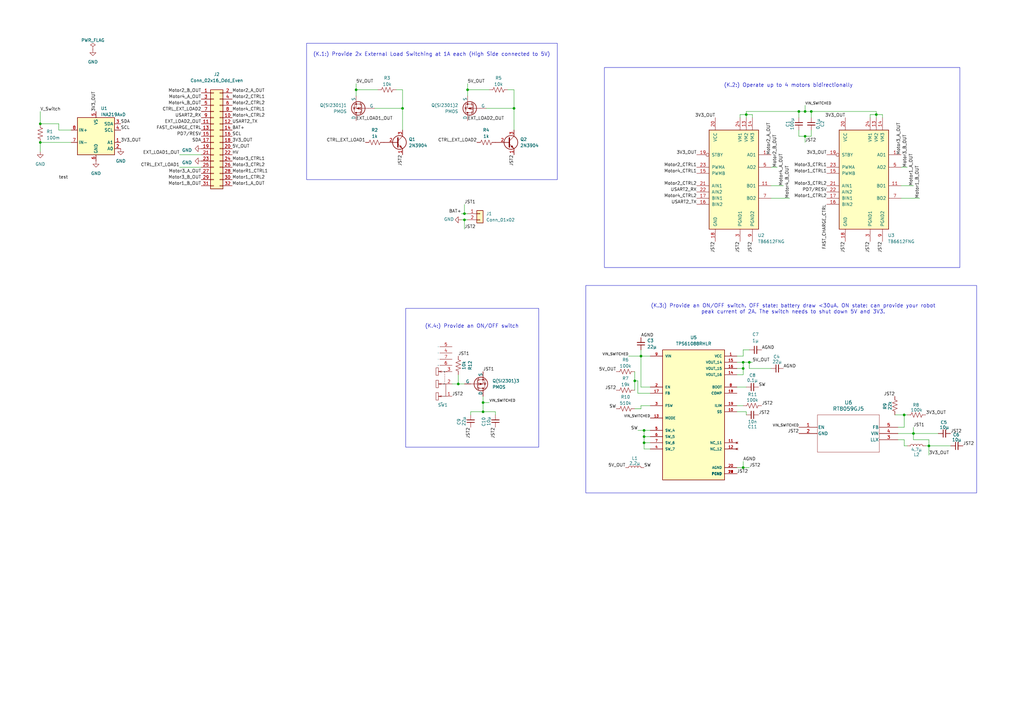
<source format=kicad_sch>
(kicad_sch (version 20231120) (generator "eeschema") (generator_version "8.0")
  (paper "A3")
  (title_block (title "Micromouse Power Subsystem") (date "2025-03-19") (rev "0.0") (company "University of Cape Town") (comment 1 "Student Number 2: NDXJOS012") (comment 2 "@Author 2: Joshua Naidoo") (comment 3 "Student Number 1: NDXKIY004") (comment 4 "@Author 1: Kiyuran Naidoo"))
  (lib_symbols
    (symbol "2025-03-25_16-49-52:RT8059GJ5" (pin_names (offset 0.254))
      (property "Reference" "U" (at 20.32 10.16 0))
      (property "Value" "RT8059GJ5" (at 20.32 7.62 0))
      (symbol "RT8059GJ5_0_1"
        (polyline (pts (xy 7.62 -10.16) (xy 33.02 -10.16)) (stroke (width 0.127)))
        (polyline (pts (xy 7.62 5.08) (xy 7.62 -10.16)) (stroke (width 0.127)))
        (polyline (pts (xy 33.02 -10.16) (xy 33.02 5.08)) (stroke (width 0.127)))
        (polyline (pts (xy 33.02 5.08) (xy 7.62 5.08)) (stroke (width 0.127)))
        (pin input line (at 0 0 0) (length 7.62) (name "EN") (number "1"))
        (pin power_out line (at 0 -2.54 0) (length 7.62) (name "GND") (number "2"))
        (pin power_in line (at 40.64 -5.08 180) (length 7.62) (name "LLX") (number "3"))
        (pin power_in line (at 40.64 -2.54 180) (length 7.62) (name "VIN") (number "4"))
        (pin input line (at 40.64 0 180) (length 7.62) (name "FB") (number "5"))
      )
    )
    (symbol "Connector_Generic:Conn_01x02" (pin_names (offset 1.016) hide)
      (property "Reference" "J" (at 0 2.54 0))
      (property "Value" "Conn_01x02" (at 0 -5.08 0))
      (symbol "Conn_01x02_1_1"
        (rectangle (start -1.27 -2.413) (end 0 -2.667) (stroke (width 0.1524)))
        (rectangle (start -1.27 0.127) (end 0 -0.127) (stroke (width 0.1524)))
        (rectangle (start -1.27 1.27) (end 1.27 -3.81) (stroke (width 0.254)) (fill (type background)))
        (pin passive line (at -5.08 0 0) (length 3.81) (name "Pin_1") (number "1"))
        (pin passive line (at -5.08 -2.54 0) (length 3.81) (name "Pin_2") (number "2"))
      )
    )
    (symbol "Connector_Generic:Conn_02x16_Odd_Even" (pin_names (offset 1.016) hide)
      (property "Reference" "J" (at 1.27 20.32 0))
      (property "Value" "Conn_02x16_Odd_Even" (at 1.27 -22.86 0))
      (symbol "Conn_02x16_Odd_Even_1_1"
        (rectangle (start -1.27 -20.193) (end 0 -20.447) (stroke (width 0.1524)))
        (rectangle (start -1.27 -17.653) (end 0 -17.907) (stroke (width 0.1524)))
        (rectangle (start -1.27 -15.113) (end 0 -15.367) (stroke (width 0.1524)))
        (rectangle (start -1.27 -12.573) (end 0 -12.827) (stroke (width 0.1524)))
        (rectangle (start -1.27 -10.033) (end 0 -10.287) (stroke (width 0.1524)))
        (rectangle (start -1.27 -7.493) (end 0 -7.747) (stroke (width 0.1524)))
        (rectangle (start -1.27 -4.953) (end 0 -5.207) (stroke (width 0.1524)))
        (rectangle (start -1.27 -2.413) (end 0 -2.667) (stroke (width 0.1524)))
        (rectangle (start -1.27 0.127) (end 0 -0.127) (stroke (width 0.1524)))
        (rectangle (start -1.27 2.667) (end 0 2.413) (stroke (width 0.1524)))
        (rectangle (start -1.27 5.207) (end 0 4.953) (stroke (width 0.1524)))
        (rectangle (start -1.27 7.747) (end 0 7.493) (stroke (width 0.1524)))
        (rectangle (start -1.27 10.287) (end 0 10.033) (stroke (width 0.1524)))
        (rectangle (start -1.27 12.827) (end 0 12.573) (stroke (width 0.1524)))
        (rectangle (start -1.27 15.367) (end 0 15.113) (stroke (width 0.1524)))
        (rectangle (start -1.27 17.907) (end 0 17.653) (stroke (width 0.1524)))
        (rectangle (start -1.27 19.05) (end 3.81 -21.59) (stroke (width 0.254)) (fill (type background)))
        (rectangle (start 3.81 -20.193) (end 2.54 -20.447) (stroke (width 0.1524)))
        (rectangle (start 3.81 -17.653) (end 2.54 -17.907) (stroke (width 0.1524)))
        (rectangle (start 3.81 -15.113) (end 2.54 -15.367) (stroke (width 0.1524)))
        (rectangle (start 3.81 -12.573) (end 2.54 -12.827) (stroke (width 0.1524)))
        (rectangle (start 3.81 -10.033) (end 2.54 -10.287) (stroke (width 0.1524)))
        (rectangle (start 3.81 -7.493) (end 2.54 -7.747) (stroke (width 0.1524)))
        (rectangle (start 3.81 -4.953) (end 2.54 -5.207) (stroke (width 0.1524)))
        (rectangle (start 3.81 -2.413) (end 2.54 -2.667) (stroke (width 0.1524)))
        (rectangle (start 3.81 0.127) (end 2.54 -0.127) (stroke (width 0.1524)))
        (rectangle (start 3.81 2.667) (end 2.54 2.413) (stroke (width 0.1524)))
        (rectangle (start 3.81 5.207) (end 2.54 4.953) (stroke (width 0.1524)))
        (rectangle (start 3.81 7.747) (end 2.54 7.493) (stroke (width 0.1524)))
        (rectangle (start 3.81 10.287) (end 2.54 10.033) (stroke (width 0.1524)))
        (rectangle (start 3.81 12.827) (end 2.54 12.573) (stroke (width 0.1524)))
        (rectangle (start 3.81 15.367) (end 2.54 15.113) (stroke (width 0.1524)))
        (rectangle (start 3.81 17.907) (end 2.54 17.653) (stroke (width 0.1524)))
        (pin passive line (at -5.08 17.78 0) (length 3.81) (name "Pin_1") (number "1"))
        (pin passive line (at 7.62 7.62 180) (length 3.81) (name "Pin_10") (number "10"))
        (pin passive line (at -5.08 5.08 0) (length 3.81) (name "Pin_11") (number "11"))
        (pin passive line (at 7.62 5.08 180) (length 3.81) (name "Pin_12") (number "12"))
        (pin passive line (at -5.08 2.54 0) (length 3.81) (name "Pin_13") (number "13"))
        (pin passive line (at 7.62 2.54 180) (length 3.81) (name "Pin_14") (number "14"))
        (pin passive line (at -5.08 0 0) (length 3.81) (name "Pin_15") (number "15"))
        (pin passive line (at 7.62 0 180) (length 3.81) (name "Pin_16") (number "16"))
        (pin passive line (at -5.08 -2.54 0) (length 3.81) (name "Pin_17") (number "17"))
        (pin passive line (at 7.62 -2.54 180) (length 3.81) (name "Pin_18") (number "18"))
        (pin passive line (at -5.08 -5.08 0) (length 3.81) (name "Pin_19") (number "19"))
        (pin passive line (at 7.62 17.78 180) (length 3.81) (name "Pin_2") (number "2"))
        (pin passive line (at 7.62 -5.08 180) (length 3.81) (name "Pin_20") (number "20"))
        (pin passive line (at -5.08 -7.62 0) (length 3.81) (name "Pin_21") (number "21"))
        (pin passive line (at 7.62 -7.62 180) (length 3.81) (name "Pin_22") (number "22"))
        (pin passive line (at -5.08 -10.16 0) (length 3.81) (name "Pin_23") (number "23"))
        (pin passive line (at 7.62 -10.16 180) (length 3.81) (name "Pin_24") (number "24"))
        (pin passive line (at -5.08 -12.7 0) (length 3.81) (name "Pin_25") (number "25"))
        (pin passive line (at 7.62 -12.7 180) (length 3.81) (name "Pin_26") (number "26"))
        (pin passive line (at -5.08 -15.24 0) (length 3.81) (name "Pin_27") (number "27"))
        (pin passive line (at 7.62 -15.24 180) (length 3.81) (name "Pin_28") (number "28"))
        (pin passive line (at -5.08 -17.78 0) (length 3.81) (name "Pin_29") (number "29"))
        (pin passive line (at -5.08 15.24 0) (length 3.81) (name "Pin_3") (number "3"))
        (pin passive line (at 7.62 -17.78 180) (length 3.81) (name "Pin_30") (number "30"))
        (pin passive line (at -5.08 -20.32 0) (length 3.81) (name "Pin_31") (number "31"))
        (pin passive line (at 7.62 -20.32 180) (length 3.81) (name "Pin_32") (number "32"))
        (pin passive line (at 7.62 15.24 180) (length 3.81) (name "Pin_4") (number "4"))
        (pin passive line (at -5.08 12.7 0) (length 3.81) (name "Pin_5") (number "5"))
        (pin passive line (at 7.62 12.7 180) (length 3.81) (name "Pin_6") (number "6"))
        (pin passive line (at -5.08 10.16 0) (length 3.81) (name "Pin_7") (number "7"))
        (pin passive line (at 7.62 10.16 180) (length 3.81) (name "Pin_8") (number "8"))
        (pin passive line (at -5.08 7.62 0) (length 3.81) (name "Pin_9") (number "9"))
      )
    )
    (symbol "Device:C_Small" (pin_numbers hide) (pin_names (offset 0.254) hide)
      (property "Reference" "C" (at 0.254 1.778 0))
      (property "Value" "C_Small" (at 0.254 -2.032 0))
      (symbol "C_Small_0_1"
        (polyline (pts (xy -1.524 -0.508) (xy 1.524 -0.508)) (stroke (width 0.3302)))
        (polyline (pts (xy -1.524 0.508) (xy 1.524 0.508)) (stroke (width 0.3048)))
      )
      (symbol "C_Small_1_1"
        (pin passive line (at 0 2.54 270) (length 2.032) (name "~") (number "1"))
        (pin passive line (at 0 -2.54 90) (length 2.032) (name "~") (number "2"))
      )
    )
    (symbol "Device:L" (pin_numbers hide) (pin_names (offset 1.016) hide)
      (property "Reference" "L" (at -1.27 0 90))
      (property "Value" "L" (at 1.905 0 90))
      (symbol "L_0_1"
        (arc (start 0 -2.54) (mid 0.6323 -1.905) (end 0 -1.27))
        (arc (start 0 -1.27) (mid 0.6323 -0.635) (end 0 0))
        (arc (start 0 0) (mid 0.6323 0.635) (end 0 1.27))
        (arc (start 0 1.27) (mid 0.6323 1.905) (end 0 2.54))
      )
      (symbol "L_1_1"
        (pin passive line (at 0 3.81 270) (length 1.27) (name "1") (number "1"))
        (pin passive line (at 0 -3.81 90) (length 1.27) (name "2") (number "2"))
      )
    )
    (symbol "Device:R_US" (pin_numbers hide) (pin_names (offset 0))
      (property "Reference" "R" (at 2.54 0 90))
      (property "Value" "R_US" (at -2.54 0 90))
      (symbol "R_US_0_1"
        (polyline (pts (xy 0 -2.286) (xy 0 -2.54)))
        (polyline (pts (xy 0 2.286) (xy 0 2.54)))
        (polyline (pts (xy 0 -0.762) (xy 1.016 -1.143) (xy 0 -1.524) (xy -1.016 -1.905) (xy 0 -2.286)))
        (polyline (pts (xy 0 0.762) (xy 1.016 0.381) (xy 0 0) (xy -1.016 -0.381) (xy 0 -0.762)))
        (polyline (pts (xy 0 2.286) (xy 1.016 1.905) (xy 0 1.524) (xy -1.016 1.143) (xy 0 0.762)))
      )
      (symbol "R_US_1_1"
        (pin passive line (at 0 3.81 270) (length 1.27) (name "~") (number "1"))
        (pin passive line (at 0 -3.81 90) (length 1.27) (name "~") (number "2"))
      )
    )
    (symbol "Driver_Motor:TB6612FNG" (pin_names (offset 1.016))
      (property "Reference" "U" (at 11.43 17.78 0))
      (property "Value" "TB6612FNG" (at 11.43 15.24 0))
      (symbol "TB6612FNG_0_1"
        (rectangle (start -10.16 20.32) (end 10.16 -20.32) (stroke (width 0.254)) (fill (type background)))
      )
      (symbol "TB6612FNG_1_1"
        (pin output line (at 15.24 10.16 180) (length 5.08) (name "AO1") (number "1"))
        (pin passive line (at 7.62 -25.4 90) (length 5.08) hide (name "PGND2") (number "10"))
        (pin output line (at 15.24 -2.54 180) (length 5.08) (name "BO1") (number "11"))
        (pin passive line (at 15.24 -2.54 180) (length 5.08) hide (name "BO1") (number "12"))
        (pin power_in line (at 5.08 25.4 270) (length 5.08) (name "VM2") (number "13"))
        (pin power_in line (at 7.62 25.4 270) (length 5.08) (name "VM3") (number "14"))
        (pin input line (at -15.24 2.54 0) (length 5.08) (name "PWMB") (number "15"))
        (pin input line (at -15.24 -10.16 0) (length 5.08) (name "BIN2") (number "16"))
        (pin input line (at -15.24 -7.62 0) (length 5.08) (name "BIN1") (number "17"))
        (pin power_in line (at -7.62 -25.4 90) (length 5.08) (name "GND") (number "18"))
        (pin input inverted (at -15.24 10.16 0) (length 5.08) (name "STBY") (number "19"))
        (pin passive line (at 15.24 10.16 180) (length 5.08) hide (name "AO1") (number "2"))
        (pin power_in line (at -7.62 25.4 270) (length 5.08) (name "VCC") (number "20"))
        (pin input line (at -15.24 -2.54 0) (length 5.08) (name "AIN1") (number "21"))
        (pin input line (at -15.24 -5.08 0) (length 5.08) (name "AIN2") (number "22"))
        (pin input line (at -15.24 5.08 0) (length 5.08) (name "PWMA") (number "23"))
        (pin power_in line (at 2.54 25.4 270) (length 5.08) (name "VM1") (number "24"))
        (pin power_in line (at 2.54 -25.4 90) (length 5.08) (name "PGND1") (number "3"))
        (pin passive line (at 2.54 -25.4 90) (length 5.08) hide (name "PGND1") (number "4"))
        (pin output line (at 15.24 5.08 180) (length 5.08) (name "AO2") (number "5"))
        (pin passive line (at 15.24 5.08 180) (length 5.08) hide (name "AO2") (number "6"))
        (pin output line (at 15.24 -7.62 180) (length 5.08) (name "BO2") (number "7"))
        (pin passive line (at 15.24 -7.62 180) (length 5.08) hide (name "BO2") (number "8"))
        (pin power_in line (at 7.62 -25.4 90) (length 5.08) (name "PGND2") (number "9"))
      )
    )
    (symbol "K3-1296S-E1_C128955:K3-1296S-E1_C128955"
      (property "Reference" "SW?" (at 0 0 0))
      (symbol "K3-1296S-E1_C128955_1_0"
        (rectangle (start -11.684 -4.064) (end -8.636 -3.048))
        (rectangle (start -6.604 -4.064) (end -3.556 -3.048))
        (rectangle (start -1.524 -4.064) (end 1.524 -3.048))
        (polyline (pts (xy -10.16 -3.048) (xy -10.414 -1.778)))
        (polyline (pts (xy -10.16 -3.048) (xy -9.906 -1.778)))
        (polyline (pts (xy -5.08 -3.048) (xy -5.334 -1.778)))
        (polyline (pts (xy -5.08 -3.048) (xy -4.826 -1.778)))
        (polyline (pts (xy -5.08 0) (xy -5.08 -1.27)))
        (polyline (pts (xy -4.318 -0.508) (xy -4.064 -0.508)))
        (polyline (pts (xy -3.556 -0.508) (xy -3.302 -0.508)))
        (polyline (pts (xy -2.794 -0.508) (xy -2.54 -0.508)))
        (polyline (pts (xy -2.032 -0.508) (xy -1.778 -0.508)))
        (polyline (pts (xy -1.27 -0.508) (xy -1.016 -0.508)))
        (polyline (pts (xy -0.508 -0.508) (xy -0.254 -0.508)))
        (polyline (pts (xy 0 -3.048) (xy -0.254 -1.778)))
        (polyline (pts (xy 0 -3.048) (xy 0.254 -1.778)))
        (polyline (pts (xy 0 0.635) (xy 0 -0.635)))
        (polyline (pts (xy -5.08 -2.54) (xy -5.08 -0.508) (xy -5.08 -0.508) (xy -4.826 -0.508)))
        (polyline (pts (xy -0.254 -0.508) (xy 0 -0.508) (xy 0 -0.508) (xy 0 -2.54)))
        (polyline (pts (xy -10.16 -3.048) (xy -10.16 0) (xy -10.16 0) (xy -7.62 0) (xy -7.62 0) (xy -5.08 0)))
        (pin unspecified line (at -10.16 2.54 270) (length 2.54) (name "1") (number "1"))
        (pin unspecified line (at -5.08 2.54 270) (length 2.54) (name "2") (number "2"))
        (pin unspecified line (at 0 2.54 270) (length 2.54) (name "3") (number "3"))
        (pin unspecified line (at 7.62 2.54 270) (length 5.08) (name "4") (number "4"))
        (pin unspecified line (at 10.16 2.54 270) (length 5.08) (name "5") (number "5"))
        (pin unspecified line (at 2.54 2.54 270) (length 5.08) (name "6") (number "6"))
        (pin unspecified line (at 5.08 2.54 270) (length 5.08) (name "7") (number "7"))
      )
    )
    (symbol "Sensor_Energy:INA219AxD"
      (property "Reference" "U" (at -6.35 8.89 0))
      (property "Value" "INA219AxD" (at 5.08 8.89 0))
      (symbol "INA219AxD_0_1"
        (rectangle (start -7.62 7.62) (end 7.62 -7.62) (stroke (width 0.254)) (fill (type background)))
      )
      (symbol "INA219AxD_1_1"
        (pin input line (at 10.16 -2.54 180) (length 2.54) (name "A1") (number "1"))
        (pin input line (at 10.16 -5.08 180) (length 2.54) (name "A0") (number "2"))
        (pin bidirectional line (at 10.16 5.08 180) (length 2.54) (name "SDA") (number "3"))
        (pin input line (at 10.16 2.54 180) (length 2.54) (name "SCL") (number "4"))
        (pin power_in line (at 0 10.16 270) (length 2.54) (name "VS") (number "5"))
        (pin power_in line (at 0 -10.16 90) (length 2.54) (name "GND") (number "6"))
        (pin input line (at -10.16 -2.54 0) (length 2.54) (name "IN-") (number "7"))
        (pin input line (at -10.16 2.54 0) (length 2.54) (name "IN+") (number "8"))
      )
    )
    (symbol "Simulation_SPICE:PMOS" (pin_numbers hide) (pin_names (offset 0))
      (property "Reference" "Q" (at 5.08 1.27 0))
      (property "Value" "PMOS" (at 5.08 -1.27 0))
      (symbol "PMOS_0_1"
        (polyline (pts (xy 0.254 0) (xy -2.54 0)))
        (polyline (pts (xy 0.254 1.905) (xy 0.254 -1.905)) (stroke (width 0.254)))
        (polyline (pts (xy 0.762 -1.27) (xy 0.762 -2.286)) (stroke (width 0.254)))
        (polyline (pts (xy 0.762 0.508) (xy 0.762 -0.508)) (stroke (width 0.254)))
        (polyline (pts (xy 0.762 2.286) (xy 0.762 1.27)) (stroke (width 0.254)))
        (polyline (pts (xy 2.54 2.54) (xy 2.54 1.778)))
        (polyline (pts (xy 2.54 -2.54) (xy 2.54 0) (xy 0.762 0)))
        (polyline (pts (xy 0.762 1.778) (xy 3.302 1.778) (xy 3.302 -1.778) (xy 0.762 -1.778)))
        (polyline (pts (xy 2.286 0) (xy 1.27 0.381) (xy 1.27 -0.381) (xy 2.286 0)) (fill (type outline)))
        (polyline (pts (xy 2.794 -0.508) (xy 2.921 -0.381) (xy 3.683 -0.381) (xy 3.81 -0.254)))
        (polyline (pts (xy 3.302 -0.381) (xy 2.921 0.254) (xy 3.683 0.254) (xy 3.302 -0.381)))
        (circle (center 1.651 0) (radius 2.794) (stroke (width 0.254)))
        (circle (center 2.54 -1.778) (radius 0.254) (fill (type outline)))
        (circle (center 2.54 1.778) (radius 0.254) (fill (type outline)))
      )
      (symbol "PMOS_1_1"
        (pin passive line (at 2.54 5.08 270) (length 2.54) (name "D") (number "1"))
        (pin input line (at -5.08 0 0) (length 2.54) (name "G") (number "2"))
        (pin passive line (at 2.54 -5.08 90) (length 2.54) (name "S") (number "3"))
      )
    )
    (symbol "TPS61088RHLR:TPS61088RHLR" (pin_names (offset 1.016))
      (property "Reference" "U" (at -12.7 26.4 0))
      (property "Value" "TPS61088RHLR" (at -12.7 -31.94 0))
      (symbol "TPS61088RHLR_0_0"
        (rectangle (start -12.7 -27.94) (end 12.7 25.4) (stroke (width 0.254)) (fill (type background)))
        (pin output line (at 17.78 22.86 180) (length 5.08) (name "VCC") (number "1"))
        (pin output line (at 17.78 0 180) (length 5.08) (name "SS") (number "10"))
        (pin no_connect line (at 17.78 -12.7 180) (length 5.08) (name "NC_11") (number "11"))
        (pin no_connect line (at 17.78 -15.24 180) (length 5.08) (name "NC_12") (number "12"))
        (pin input line (at -17.78 -2.54 0) (length 5.08) (name "MODE") (number "13"))
        (pin output line (at 17.78 15.24 180) (length 5.08) (name "VOUT_16") (number "14"))
        (pin output line (at 17.78 20.32 180) (length 5.08) (name "VOUT_14") (number "15"))
        (pin output line (at 17.78 17.78 180) (length 5.08) (name "VOUT_15") (number "16"))
        (pin input line (at -17.78 7.62 0) (length 5.08) (name "FB") (number "17"))
        (pin output line (at 17.78 7.62 180) (length 5.08) (name "COMP") (number "18"))
        (pin output line (at 17.78 2.54 180) (length 5.08) (name "ILIM") (number "19"))
        (pin input line (at -17.78 10.16 0) (length 5.08) (name "EN") (number "2"))
        (pin power_in line (at 17.78 -22.86 180) (length 5.08) (name "AGND") (number "20"))
        (pin power_in line (at 17.78 -25.4 180) (length 5.08) (name "PGND") (number "21"))
        (pin power_in line (at 17.78 -25.4 180) (length 5.08) (name "PGND") (number "22"))
        (pin power_in line (at 17.78 -25.4 180) (length 5.08) (name "PGND") (number "23"))
        (pin power_in line (at 17.78 -25.4 180) (length 5.08) (name "PGND") (number "24"))
        (pin power_in line (at 17.78 -25.4 180) (length 5.08) (name "PGND") (number "25"))
        (pin power_in line (at 17.78 -25.4 180) (length 5.08) (name "PGND") (number "26"))
        (pin power_in line (at 17.78 -25.4 180) (length 5.08) (name "PGND") (number "27"))
        (pin power_in line (at 17.78 -25.4 180) (length 5.08) (name "PGND") (number "28"))
        (pin power_in line (at 17.78 -25.4 180) (length 5.08) (name "PGND") (number "29"))
        (pin input line (at -17.78 2.54 0) (length 5.08) (name "FSW") (number "3"))
        (pin input line (at -17.78 -15.24 0) (length 5.08) (name "SW_7") (number "4"))
        (pin input line (at -17.78 -7.62 0) (length 5.08) (name "SW_4") (number "5"))
        (pin input line (at -17.78 -10.16 0) (length 5.08) (name "SW_5") (number "6"))
        (pin input line (at -17.78 -12.7 0) (length 5.08) (name "SW_6") (number "7"))
        (pin output line (at 17.78 10.16 180) (length 5.08) (name "BOOT") (number "8"))
        (pin input line (at -17.78 22.86 0) (length 5.08) (name "VIN") (number "9"))
      )
    )
    (symbol "Transistor_BJT:2N3904" (pin_names (offset 0) hide)
      (property "Reference" "Q" (at 5.08 1.905 0))
      (property "Value" "2N3904" (at 5.08 0 0))
      (symbol "2N3904_0_1"
        (polyline (pts (xy 0.635 0.635) (xy 2.54 2.54)))
        (polyline (pts (xy 0.635 -0.635) (xy 2.54 -2.54) (xy 2.54 -2.54)))
        (polyline (pts (xy 0.635 1.905) (xy 0.635 -1.905) (xy 0.635 -1.905)) (stroke (width 0.508)))
        (polyline (pts (xy 1.27 -1.778) (xy 1.778 -1.27) (xy 2.286 -2.286) (xy 1.27 -1.778) (xy 1.27 -1.778)) (fill (type outline)))
        (circle (center 1.27 0) (radius 2.8194) (stroke (width 0.254)))
      )
      (symbol "2N3904_1_1"
        (pin passive line (at 2.54 -5.08 90) (length 2.54) (name "E") (number "1"))
        (pin passive line (at -5.08 0 0) (length 5.715) (name "B") (number "2"))
        (pin passive line (at 2.54 5.08 270) (length 2.54) (name "C") (number "3"))
      )
    )
    (symbol "power:GND" (power) (pin_names (offset 0))
      (property "Value" "GND" (at 0 -3.81 0))
      (symbol "GND_0_1"
        (polyline (pts (xy 0 0) (xy 0 -1.27) (xy 1.27 -1.27) (xy 0 -2.54) (xy -1.27 -1.27) (xy 0 -1.27)))
      )
      (symbol "GND_1_1"
        (pin power_in line (at 0 0 270) (length 0) hide (name "GND") (number "1"))
      )
    )
    (symbol "power:PWR_FLAG" (power) (pin_numbers hide) (pin_names (offset 0) hide)
      (property "Value" "PWR_FLAG" (at 0 3.81 0))
      (symbol "PWR_FLAG_0_0"
        (pin power_out line (at 0 0 90) (length 0) (name "pwr") (number "1"))
      )
      (symbol "PWR_FLAG_0_1"
        (polyline (pts (xy 0 0) (xy 0 1.27) (xy -1.016 1.905) (xy 0 2.54) (xy 1.016 1.905) (xy 0 1.27)))
      )
    )
  )
  (junction (at 374.65 177.8))
  (junction (at 330.2 55.88))
  (junction (at 304.8 191.77))
  (junction (at 198.12 165.1))
  (junction (at 330.2 45.72))
  (junction (at 304.8 151.13))
  (junction (at 306.07 46.99))
  (junction (at 191.77 36.83))
  (junction (at 187.96 157.48))
  (junction (at 264.16 176.53))
  (junction (at 16.51 50.8))
  (junction (at 264.16 179.07))
  (junction (at 190.5 90.17))
  (junction (at 198.12 168.91))
  (junction (at 370.84 170.18))
  (junction (at 16.51 58.42))
  (junction (at 260.35 156.21))
  (junction (at 381 182.88))
  (junction (at 165.1 44.45))
  (junction (at 304.8 148.59))
  (junction (at 307.34 148.59))
  (junction (at 264.16 181.61))
  (junction (at 327.66 45.72))
  (junction (at 210.82 44.45))
  (junction (at 332.74 45.72))
  (junction (at 190.5 87.63))
  (junction (at 262.89 146.05))
  (junction (at 359.41 46.99))
  (junction (at 146.05 36.83))
  (wire (pts (xy 190.5 83.82) (xy 190.5 87.63)))
  (wire (pts (xy 361.95 46.99) (xy 359.41 46.99)))
  (wire (pts (xy 302.26 151.13) (xy 304.8 151.13)))
  (wire (pts (xy 304.8 143.51) (xy 307.34 143.51)))
  (wire (pts (xy 304.8 146.05) (xy 304.8 143.51)))
  (wire (pts (xy 327.66 55.88) (xy 330.2 55.88)))
  (wire (pts (xy 198.12 165.1) (xy 198.12 162.56)))
  (wire (pts (xy 210.82 53.34) (xy 210.82 44.45)))
  (wire (pts (xy 165.1 53.34) (xy 165.1 44.45)))
  (wire (pts (xy 24.13 53.34) (xy 24.13 50.8)))
  (wire (pts (xy 316.23 151.13) (xy 307.34 151.13)))
  (wire (pts (xy 306.07 45.72) (xy 306.07 46.99)))
  (wire (pts (xy 199.39 44.45) (xy 210.82 44.45)))
  (wire (pts (xy 260.35 156.21) (xy 260.35 160.02)))
  (wire (pts (xy 153.67 44.45) (xy 165.1 44.45)))
  (wire (pts (xy 374.65 175.26) (xy 374.65 177.8)))
  (wire (pts (xy 370.84 182.88) (xy 372.11 182.88)))
  (wire (pts (xy 327.66 53.34) (xy 327.66 55.88)))
  (wire (pts (xy 257.81 146.05) (xy 262.89 146.05)))
  (wire (pts (xy 261.62 161.29) (xy 261.62 156.21)))
  (wire (pts (xy 264.16 179.07) (xy 264.16 181.61)))
  (wire (pts (xy 302.26 146.05) (xy 304.8 146.05)))
  (wire (pts (xy 304.8 151.13) (xy 304.8 148.59)))
  (wire (pts (xy 162.56 36.83) (xy 165.1 36.83)))
  (wire (pts (xy 302.26 166.37) (xy 304.8 166.37)))
  (wire (pts (xy 327.66 48.26) (xy 327.66 45.72)))
  (wire (pts (xy 264.16 184.15) (xy 264.16 181.61)))
  (wire (pts (xy 302.26 153.67) (xy 304.8 153.67)))
  (wire (pts (xy 304.8 189.23) (xy 304.8 191.77)))
  (wire (pts (xy 262.89 143.51) (xy 262.89 146.05)))
  (wire (pts (xy 304.8 191.77) (xy 302.26 191.77)))
  (wire (pts (xy 208.28 36.83) (xy 210.82 36.83)))
  (wire (pts (xy 302.26 158.75) (xy 306.07 158.75)))
  (wire (pts (xy 370.84 175.26) (xy 368.3 175.26)))
  (wire (pts (xy 374.65 180.34) (xy 381 180.34)))
  (wire (pts (xy 264.16 179.07) (xy 264.16 176.53)))
  (wire (pts (xy 73.66 68.58) (xy 82.55 68.58)))
  (wire (pts (xy 370.84 170.18) (xy 370.84 175.26)))
  (wire (pts (xy 24.13 50.8) (xy 16.51 50.8)))
  (wire (pts (xy 190.5 87.63) (xy 191.77 87.63)))
  (wire (pts (xy 359.41 46.99) (xy 359.41 48.26)))
  (wire (pts (xy 327.66 45.72) (xy 330.2 45.72)))
  (wire (pts (xy 266.7 158.75) (xy 262.89 158.75)))
  (wire (pts (xy 190.5 90.17) (xy 191.77 90.17)))
  (wire (pts (xy 187.96 153.67) (xy 187.96 157.48)))
  (wire (pts (xy 73.66 63.5) (xy 82.55 63.5)))
  (wire (pts (xy 266.7 166.37) (xy 262.89 166.37)))
  (wire (pts (xy 307.34 151.13) (xy 307.34 148.59)))
  (wire (pts (xy 303.53 46.99) (xy 306.07 46.99)))
  (wire (pts (xy 330.2 55.88) (xy 330.2 58.42)))
  (wire (pts (xy 359.41 45.72) (xy 359.41 46.99)))
  (wire (pts (xy 154.94 36.83) (xy 146.05 36.83)))
  (wire (pts (xy 374.65 177.8) (xy 384.81 177.8)))
  (wire (pts (xy 316.23 76.2) (xy 321.31 76.2)))
  (wire (pts (xy 316.23 68.58) (xy 318.77 68.58)))
  (wire (pts (xy 193.04 168.91) (xy 198.12 168.91)))
  (wire (pts (xy 264.16 181.61) (xy 266.7 181.61)))
  (wire (pts (xy 306.07 45.72) (xy 327.66 45.72)))
  (wire (pts (xy 264.16 179.07) (xy 266.7 179.07)))
  (wire (pts (xy 369.57 76.2) (xy 374.65 76.2)))
  (wire (pts (xy 185.42 157.48) (xy 187.96 157.48)))
  (wire (pts (xy 302.26 148.59) (xy 304.8 148.59)))
  (wire (pts (xy 369.57 68.58) (xy 372.11 68.58)))
  (wire (pts (xy 189.23 87.63) (xy 190.5 87.63)))
  (wire (pts (xy 361.95 48.26) (xy 361.95 46.99)))
  (wire (pts (xy 266.7 184.15) (xy 264.16 184.15)))
  (wire (pts (xy 356.87 48.26) (xy 356.87 46.99)))
  (wire (pts (xy 262.89 146.05) (xy 266.7 146.05)))
  (wire (pts (xy 381 180.34) (xy 381 182.88)))
  (wire (pts (xy 306.07 168.91) (xy 306.07 170.18)))
  (wire (pts (xy 146.05 36.83) (xy 146.05 39.37)))
  (wire (pts (xy 260.35 167.64) (xy 262.89 167.64)))
  (wire (pts (xy 262.89 166.37) (xy 262.89 167.64)))
  (wire (pts (xy 191.77 36.83) (xy 191.77 39.37)))
  (wire (pts (xy 367.03 170.18) (xy 370.84 170.18)))
  (wire (pts (xy 198.12 168.91) (xy 198.12 165.1)))
  (wire (pts (xy 381 182.88) (xy 389.89 182.88)))
  (wire (pts (xy 374.65 177.8) (xy 374.65 180.34)))
  (wire (pts (xy 16.51 58.42) (xy 16.51 62.23)))
  (wire (pts (xy 16.51 45.72) (xy 16.51 50.8)))
  (wire (pts (xy 381 182.88) (xy 381 186.69)))
  (wire (pts (xy 330.2 45.72) (xy 332.74 45.72)))
  (wire (pts (xy 330.2 43.18) (xy 330.2 45.72)))
  (wire (pts (xy 266.7 161.29) (xy 261.62 161.29)))
  (wire (pts (xy 203.2 170.18) (xy 203.2 168.91)))
  (wire (pts (xy 193.04 168.91) (xy 193.04 170.18)))
  (wire (pts (xy 189.23 90.17) (xy 190.5 90.17)))
  (wire (pts (xy 308.61 46.99) (xy 306.07 46.99)))
  (wire (pts (xy 146.05 34.29) (xy 146.05 36.83)))
  (wire (pts (xy 203.2 168.91) (xy 198.12 168.91)))
  (wire (pts (xy 356.87 46.99) (xy 359.41 46.99)))
  (wire (pts (xy 332.74 48.26) (xy 332.74 45.72)))
  (wire (pts (xy 260.35 156.21) (xy 261.62 156.21)))
  (wire (pts (xy 368.3 177.8) (xy 374.65 177.8)))
  (wire (pts (xy 332.74 45.72) (xy 359.41 45.72)))
  (wire (pts (xy 304.8 153.67) (xy 304.8 151.13)))
  (wire (pts (xy 302.26 168.91) (xy 306.07 168.91)))
  (wire (pts (xy 260.35 152.4) (xy 260.35 156.21)))
  (wire (pts (xy 29.21 53.34) (xy 24.13 53.34)))
  (wire (pts (xy 370.84 170.18) (xy 372.11 170.18)))
  (wire (pts (xy 370.84 180.34) (xy 368.3 180.34)))
  (wire (pts (xy 379.73 182.88) (xy 381 182.88)))
  (wire (pts (xy 316.23 81.28) (xy 323.85 81.28)))
  (wire (pts (xy 191.77 34.29) (xy 191.77 36.83)))
  (wire (pts (xy 304.8 148.59) (xy 307.34 148.59)))
  (wire (pts (xy 370.84 182.88) (xy 370.84 180.34)))
  (wire (pts (xy 307.34 191.77) (xy 304.8 191.77)))
  (wire (pts (xy 200.66 36.83) (xy 191.77 36.83)))
  (wire (pts (xy 261.62 176.53) (xy 264.16 176.53)))
  (wire (pts (xy 210.82 36.83) (xy 210.82 44.45)))
  (wire (pts (xy 308.61 48.26) (xy 308.61 46.99)))
  (wire (pts (xy 306.07 46.99) (xy 306.07 48.26)))
  (wire (pts (xy 307.34 148.59) (xy 308.61 148.59)))
  (wire (pts (xy 187.96 157.48) (xy 190.5 157.48)))
  (wire (pts (xy 198.12 165.1) (xy 200.66 165.1)))
  (wire (pts (xy 303.53 48.26) (xy 303.53 46.99)))
  (wire (pts (xy 16.51 58.42) (xy 29.21 58.42)))
  (wire (pts (xy 264.16 176.53) (xy 266.7 176.53)))
  (wire (pts (xy 190.5 93.98) (xy 190.5 90.17)))
  (wire (pts (xy 165.1 36.83) (xy 165.1 44.45)))
  (wire (pts (xy 332.74 53.34) (xy 332.74 55.88)))
  (wire (pts (xy 330.2 55.88) (xy 332.74 55.88)))
  (wire (pts (xy 369.57 81.28) (xy 377.19 81.28)))
  (wire (pts (xy 262.89 158.75) (xy 262.89 146.05)))
  (rectangle (start 240.284 117.094) (end 400.558 202.184))
  (rectangle (start 125.73 17.78) (end 228.6 73.66))
  (rectangle (start 166.37 126.492) (end 220.98 183.388))
  (rectangle (start 247.904 27.686) (end 393.7 109.728))
  (text "(K.1:) Provide 2x External Load Switching at 1A each (High Side connected to 5V)" (at 177.038 22.352 0) (effects (font (size 1.524 1.524))))
  (text "(K.4:) Provide an ON/OFF switch" (at 193.548 133.858 0) (effects (font (size 1.524 1.524))))
  (text "(K.2:) Operate up to 4 motors bidirectionally" (at 323.342 35.052 0) (effects (font (size 1.524 1.524))))
  (text "(K.3:) Provide an ON/OFF switch. OFF state: battery draw <30uA. ON state: can provide your robot \npeak current of 2A. The switch needs to shut down 5V and 3V3. " (at 325.882 126.746 0) (effects (font (size 1.524 1.524))))
  (label "CTRL_EXT_LOAD1" (at 149.86 58.42 180))
  (label "Motor1_A_OUT" (at 374.65 76.2 90))
  (label "JST2" (at 308.61 99.06 270))
  (label "3V3_OUT" (at 39.37 45.72 90))
  (label "CTRL_EXT_LOAD2" (at 82.55 45.72 180))
  (label "Motor1_B_OUT" (at 377.19 81.28 90))
  (label "JST2" (at 307.34 191.77 0))
  (label "JST2" (at 327.66 177.8 180))
  (label "USART2_TX" (at 95.25 50.8 0))
  (label "EXT_LOAD1_OUT" (at 73.66 63.5 180))
  (label "Motor4_B_OUT" (at 323.85 81.28 90))
  (label "CTRL_EXT_LOAD2" (at 195.58 58.42 180))
  (label "Motor3_CTRL2" (at 95.25 68.58 0))
  (label "EXT_LOAD2_OUT" (at 82.55 50.8 180))
  (label "Motor3_CTRL1" (at 339.09 68.58 180))
  (label "USART2_TX" (at 285.75 83.82 180))
  (label "5V_OUT" (at 308.61 148.59 0))
  (label "MotorR1_CTRL1" (at 95.25 71.12 0))
  (label "VIN_SWITCHED" (at 200.66 165.1 0) (effects (font (size 1.016 1.016))))
  (label "SW" (at 311.15 158.75 0))
  (label "Motor2_CTRL1" (at 95.25 40.64 0))
  (label "Motor4_CTRL2" (at 285.75 81.28 180))
  (label "Motor4_A_OUT" (at 82.55 40.64 180))
  (label "3V3_OUT" (at 379.73 170.18 0))
  (label "JST2" (at 346.71 99.06 270))
  (label "JST2" (at 293.37 99.06 270))
  (label "Motor3_CTRL1" (at 95.25 66.04 0))
  (label "VIN_SWITCHED" (at 330.2 43.18 0) (effects (font (size 1.016 1.016))))
  (label "JST2" (at 302.26 194.31 0))
  (label "Motor1_CTRL2" (at 339.09 81.28 180))
  (label "5V_OUT" (at 256.54 191.77 180))
  (label "AGND" (at 304.8 189.23 0))
  (label "Motor2_CTRL2" (at 285.75 76.2 180))
  (label "Motor3_B_OUT" (at 372.11 68.58 90))
  (label "Motor1_A_OUT" (at 95.25 76.2 0))
  (label "JST2" (at 330.2 58.42 0))
  (label "JST2" (at 303.53 99.06 270))
  (label "Motor2_A_OUT" (at 95.25 38.1 0))
  (label "5V_OUT" (at 146.05 34.29 0))
  (label "JST2" (at 356.87 99.06 270))
  (label "3V3_OUT" (at 293.37 48.26 180))
  (label "Motor2_CTRL2" (at 95.25 43.18 0))
  (label "JST2" (at 311.15 170.18 0))
  (label "V_Switch" (at 16.51 45.72 0))
  (label "JST2" (at 312.42 166.37 0))
  (label "JST2" (at 252.73 160.02 180))
  (label "SW" (at 261.62 176.53 180))
  (label "3V3_OUT" (at 381 186.69 0))
  (label "Motor4_CTRL1" (at 95.25 45.72 0))
  (label "Motor2_B_OUT" (at 318.77 68.58 90))
  (label "HV" (at 95.25 63.5 0))
  (label "Motor3_CTRL2" (at 339.09 76.2 180))
  (label "5V_OUT" (at 252.73 152.4 180))
  (label "3V3_OUT" (at 346.71 48.26 180))
  (label "EXT_LOAD1_OUT" (at 146.05 49.53 0))
  (label "AGND" (at 312.42 143.51 0))
  (label "AGND" (at 262.89 138.43 0))
  (label "Motor4_CTRL2" (at 95.25 48.26 0))
  (label "3V3_OUT" (at 95.25 58.42 0))
  (label "Motor4_B_OUT" (at 82.55 43.18 180))
  (label "USART2_RX" (at 285.75 78.74 180))
  (label "SW" (at 252.73 167.64 180))
  (label "FAST_CHARGE_CTRL" (at 82.55 53.34 180))
  (label "5V_OUT" (at 95.25 60.96 0))
  (label "Motor1_CTRL2" (at 95.25 73.66 0))
  (label "3V3_OUT" (at 339.09 63.5 180))
  (label "5V_OUT" (at 191.77 34.29 0))
  (label "VIN_SWITCHED" (at 257.81 146.05 180) (effects (font (size 1.016 1.016))))
  (label "JST1" (at 198.12 152.4 0))
  (label "JST2" (at 361.95 99.06 270))
  (label "JST2" (at 389.89 177.8 0))
  (label "test" (at 24.13 73.66 0))
  (label "JST2" (at 367.03 162.56 180))
  (label "SCL" (at 95.25 55.88 0))
  (label "Motor2_B_OUT" (at 82.55 38.1 180))
  (label "BAT+" (at 189.23 87.63 180))
  (label "EXT_LOAD2_OUT" (at 191.77 49.53 0))
  (label "Motor1_CTRL1" (at 339.09 71.12 180))
  (label "FAST_CHARGE_CTRL" (at 339.09 83.82 270))
  (label "CTRL_EXT_LOAD1" (at 73.66 68.58 180))
  (label "SW" (at 264.16 191.77 0))
  (label "Motor3_A_OUT" (at 369.57 63.5 90))
  (label "VIN_SWITCHED" (at 327.66 175.26 180) (effects (font (size 1.016 1.016))))
  (label "JST2" (at 210.82 63.5 270))
  (label "JST2" (at 190.5 93.98 0))
  (label "3V3_OUT" (at 285.75 63.5 180))
  (label "BAT+" (at 95.25 53.34 0))
  (label "JST2" (at 193.04 175.26 270))
  (label "Motor2_A_OUT" (at 316.23 63.5 90))
  (label "Motor3_A_OUT" (at 82.55 71.12 180))
  (label "Motor4_CTRL1" (at 285.75 71.12 180))
  (label "JST2" (at 185.42 162.56 0))
  (label "VIN_SWITCHED" (at 266.7 171.45 180) (effects (font (size 1.016 1.016))))
  (label "USART2_RX" (at 82.55 48.26 180))
  (label "JST2" (at 394.97 182.88 0))
  (label "AGND" (at 321.31 151.13 0))
  (label "JST2" (at 165.1 63.5 270))
  (label "3V3_OUT" (at 49.53 58.42 0))
  (label "SDA" (at 49.53 50.8 0))
  (label "PD7{slash}RESV" (at 82.55 55.88 180))
  (label "SCL" (at 49.53 53.34 0))
  (label "JST2" (at 203.2 175.26 270))
  (label "JST1" (at 187.96 146.05 0))
  (label "Motor2_CTRL1" (at 285.75 68.58 180))
  (label "PD7{slash}RESV" (at 339.09 78.74 180))
  (label "JST1" (at 190.5 83.82 0))
  (label "JST1" (at 374.65 175.26 0))
  (label "Motor3_B_OUT" (at 82.55 73.66 180))
  (label "Motor1_B_OUT" (at 82.55 76.2 180))
  (label "SDA" (at 82.55 58.42 180))
  (label "Motor4_A_OUT" (at 321.31 76.2 90))
  (symbol (lib_id "Driver_Motor:TB6612FNG") (at 354.33 73.66 0) (unit 1)
    (property "Reference" "U3" (at 364.1441 96.52 0) (effects (justify left)))
    (property "Value" "TB6612FNG" (at 364.1441 99.06 0) (effects (justify left)))
    (property "Footprint" "Package_SO:SSOP-24_5.3x8.2mm_P0.65mm" (effects (hide yes)))
    (property "Datasheet" "https://toshiba.semicon-storage.com/us/product/linear/motordriver/detail.TB6612FNG.html" (effects (hide yes)))
    (property "Description" "Driver IC for Dual DC motor, SSOP-24" (effects (hide yes)))
  )
  (symbol (lib_id "power:GND") (at 82.55 60.96 270) (unit 1)
    (property "Reference" "#PWR02" (effects (hide yes)))
    (property "Value" "GND" (at 78.74 61.595 90) (effects (justify right)))
  )
  (symbol (lib_id "Simulation_SPICE:PMOS") (at 195.58 157.48 0) (mirror x) (unit 1)
    (property "Reference" "Q(SI2301)3" (at 201.93 156.2099 0) (effects (justify left)))
    (property "Value" "PMOS" (at 201.93 158.7499 0) (effects (justify left)))
    (property "Datasheet" "https://ngspice.sourceforge.io/docs/ngspice-html-manual/manual.xhtml#cha_MOSFETs" (effects (hide yes)))
    (property "Description" "P-MOSFET transistor, drain/source/gate" (effects (hide yes)))
    (property "Sim.Device" "PMOS" (effects (hide yes)))
    (property "Sim.Type" "VDMOS" (effects (hide yes)))
    (property "Sim.Pins" "1=D 2=G 3=S" (effects (hide yes)))
  )
  (symbol (lib_id "Device:C_Small") (at 309.88 143.51 90) (unit 1)
    (property "Reference" "C7" (at 309.8863 137.16 90))
    (property "Value" "1µ" (at 309.8863 139.7 90))
    (property "Description" "Unpolarized capacitor, small symbol" (effects (hide yes)))
  )
  (symbol (lib_id "Device:C_Small") (at 392.43 182.88 90) (unit 1)
    (property "Reference" "C6" (at 392.176 178.308 90))
    (property "Value" "10µ" (at 392.43 180.34 90))
    (property "Description" "Unpolarized capacitor, small symbol" (effects (hide yes)))
  )
  (symbol (lib_id "Device:L") (at 260.35 191.77 90) (unit 1)
    (property "Reference" "L1" (at 260.35 187.96 90))
    (property "Value" "2.2µ" (at 260.35 189.992 90))
    (property "Description" "Inductor" (effects (hide yes)))
  )
  (symbol (lib_id "Device:C_Small") (at 193.04 172.72 180) (unit 1)
    (property "Reference" "C9" (at 188.214 172.974 90))
    (property "Value" "22µ" (at 190.246 172.72 90))
    (property "Description" "Unpolarized capacitor, small symbol" (effects (hide yes)))
  )
  (symbol (lib_id "Device:R_US") (at 256.54 152.4 270) (unit 1)
    (property "Reference" "R6" (at 256.54 147.574 90))
    (property "Value" "100k" (at 256.54 150.114 90))
    (property "Footprint" "Resistor_SMD:R_Shunt_Ohmite_LVK12" (effects (hide yes)))
  )
  (symbol (lib_id "Sensor_Energy:INA219AxD") (at 39.37 55.88 0) (unit 1)
    (property "Reference" "U1" (at 41.3259 44.45 0) (effects (justify left)))
    (property "Value" "INA219AxD" (at 41.3259 46.99 0) (effects (justify left)))
    (property "Footprint" "Package_SO:SOIC-8_3.9x4.9mm_P1.27mm" (effects (hide yes)))
    (property "Datasheet" "http://www.ti.com/lit/ds/symlink/ina219.pdf" (effects (hide yes)))
  )
  (symbol (lib_id "Device:R_US") (at 256.54 160.02 270) (unit 1)
    (property "Reference" "R7" (at 256.54 155.194 90))
    (property "Value" "19k" (at 256.54 157.734 90))
    (property "Footprint" "Resistor_SMD:R_Shunt_Ohmite_LVK12" (effects (hide yes)))
  )
  (symbol (lib_id "Device:C_Small") (at 332.74 50.8 0) (unit 1)
    (property "Reference" "C2" (at 337.312 50.8 90))
    (property "Value" "0.1µ" (at 335.534 50.8 90))
    (property "Description" "Unpolarized capacitor, small symbol" (effects (hide yes)))
  )
  (symbol (lib_id "Device:R_US") (at 256.54 167.64 270) (unit 1)
    (property "Reference" "R10" (at 256.54 162.814 90))
    (property "Value" "510k" (at 256.54 165.354 90))
    (property "Footprint" "Resistor_SMD:R_Shunt_Ohmite_LVK12" (effects (hide yes)))
  )
  (symbol (lib_id "Device:C_Small") (at 387.35 177.8 90) (unit 1)
    (property "Reference" "C5" (at 387.096 173.228 90))
    (property "Value" "10µ" (at 387.35 175.26 90))
    (property "Description" "Unpolarized capacitor, small symbol" (effects (hide yes)))
  )
  (symbol (lib_id "Device:R_US") (at 153.67 58.42 90) (unit 1)
    (property "Reference" "R2" (at 153.67 53.34 90))
    (property "Value" "1k" (at 153.67 55.88 90))
    (property "Description" "Resistor, US symbol" (effects (hide yes)))
  )
  (symbol (lib_id "Device:C_Small") (at 318.77 151.13 90) (unit 1)
    (property "Reference" "C4" (at 318.516 146.304 90))
    (property "Value" "22µ" (at 318.77 148.336 90))
    (property "Description" "Unpolarized capacitor, small symbol" (effects (hide yes)))
  )
  (symbol (lib_id "power:PWR_FLAG") (at 38.1 20.32 0) (unit 1)
    (property "Reference" "#FLG01" (effects (hide yes)))
    (property "Value" "PWR_FLAG" (at 38.1 16.51 0))
  )
  (symbol (lib_id "Device:R_US") (at 375.92 170.18 270) (unit 1)
    (property "Reference" "R8" (at 375.666 166.116 90))
    (property "Value" "100k" (at 375.92 168.148 90))
    (property "Footprint" "Resistor_SMD:R_Shunt_Ohmite_LVK12" (effects (hide yes)))
  )
  (symbol (lib_id "Transistor_BJT:2N3904") (at 162.56 58.42 0) (unit 1)
    (property "Reference" "Q1" (at 167.64 57.1499 0) (effects (justify left)))
    (property "Value" "2N3904" (at 167.64 59.6899 0) (effects (justify left)))
    (property "Footprint" "Package_TO_SOT_THT:TO-92_Inline" (effects (hide yes)))
    (property "Datasheet" "https://www.onsemi.com/pub/Collateral/2N3903-D.PDF" (effects (hide yes)))
    (property "Description" "0.2A Ic, 40V Vce, Small Signal NPN Transistor, TO-92" (effects (hide yes)))
  )
  (symbol (lib_id "Simulation_SPICE:PMOS") (at 148.59 44.45 180) (unit 1)
    (property "Reference" "Q(SI2301)1" (at 142.24 43.1799 0) (effects (justify left)))
    (property "Value" "PMOS" (at 142.24 45.7199 0) (effects (justify left)))
    (property "Datasheet" "https://ngspice.sourceforge.io/docs/ngspice-html-manual/manual.xhtml#cha_MOSFETs" (effects (hide yes)))
    (property "Description" "P-MOSFET transistor, drain/source/gate" (effects (hide yes)))
    (property "Sim.Device" "PMOS" (effects (hide yes)))
    (property "Sim.Type" "VDMOS" (effects (hide yes)))
    (property "Sim.Pins" "1=D 2=G 3=S" (effects (hide yes)))
  )
  (symbol (lib_id "Device:C_Small") (at 308.61 158.75 90) (unit 1)
    (property "Reference" "C8" (at 308.61 153.924 90))
    (property "Value" "0.1µ" (at 308.61 155.956 90))
    (property "Description" "Unpolarized capacitor, small symbol" (effects (hide yes)))
  )
  (symbol (lib_id "power:GND") (at 82.55 66.04 270) (unit 1)
    (property "Reference" "#PWR06" (effects (hide yes)))
    (property "Value" "GND" (at 78.74 66.675 90) (effects (justify right)))
  )
  (symbol (lib_id "TPS61088RHLR:TPS61088RHLR") (at 284.48 168.91 0) (unit 1)
    (property "Reference" "U5" (at 284.48 138.43 0))
    (property "Value" "TPS61088RHLR" (at 284.48 140.97 0))
    (property "Footprint" "TPS61088RHLR:IC_TPS61088RHLR" (effects (hide yes)))
    (property "MF" "Texas Instruments" (effects (hide yes)))
    (property "MAXIMUM_PACKAGE_HEIGHT" "1.00mm" (effects (hide yes)))
    (property "Package" "VQFN-20 Texas Instruments" (effects (hide yes)))
    (property "Price" "None" (effects (hide yes)))
    (property "Check_prices" "https://www.snapeda.com/parts/TPS61088RHLR/Texas+Instruments/view-part/?ref=eda" (effects (hide yes)))
    (property "STANDARD" "Manufacturer Recommendations" (effects (hide yes)))
    (property "PARTREV" "4219071/A 05/2017" (effects (hide yes)))
    (property "SnapEDA_Link" "https://www.snapeda.com/parts/TPS61088RHLR/Texas+Instruments/view-part/?ref=snap" (effects (hide yes)))
    (property "MP" "TPS61088RHLR" (effects (hide yes)))
    (property "Description_1" "\n                        \n                            10-A Fully-Integrated Synchronous Boost Converter\n                        \n" (effects (hide yes)))
    (property "Availability" "In Stock" (effects (hide yes)))
    (property "MANUFACTURER" "Texas Instruments" (effects (hide yes)))
  )
  (symbol (lib_id "Transistor_BJT:2N3904") (at 208.28 58.42 0) (unit 1)
    (property "Reference" "Q2" (at 213.36 57.1499 0) (effects (justify left)))
    (property "Value" "2N3904" (at 213.36 59.6899 0) (effects (justify left)))
    (property "Footprint" "Package_TO_SOT_THT:TO-92_Inline" (effects (hide yes)))
    (property "Datasheet" "https://www.onsemi.com/pub/Collateral/2N3903-D.PDF" (effects (hide yes)))
    (property "Description" "0.2A Ic, 40V Vce, Small Signal NPN Transistor, TO-92" (effects (hide yes)))
  )
  (symbol (lib_id "Connector_Generic:Conn_02x16_Odd_Even") (at 87.63 55.88 0) (unit 1)
    (property "Reference" "J2" (at 88.9 30.48 0))
    (property "Value" "Conn_02x16_Odd_Even" (at 88.9 33.02 0))
    (property "Footprint" "Connector_PinHeader_2.54mm:PinHeader_2x16_P2.54mm_Vertical" (effects (hide yes)))
  )
  (symbol (lib_id "Device:R_US") (at 158.75 36.83 90) (unit 1)
    (property "Reference" "R3" (at 158.75 32.004 90))
    (property "Value" "10k" (at 158.75 34.544 90))
    (property "Description" "Resistor, US symbol" (effects (hide yes)))
  )
  (symbol (lib_id "Device:R_US") (at 308.61 166.37 270) (unit 1)
    (property "Reference" "R11" (at 308.61 161.798 90))
    (property "Value" "100k" (at 308.61 164.084 90))
    (property "Footprint" "Resistor_SMD:R_Shunt_Ohmite_LVK12" (effects (hide yes)))
  )
  (symbol (lib_id "power:GND") (at 39.37 66.04 0) (unit 1)
    (property "Reference" "#PWR01" (effects (hide yes)))
    (property "Value" "GND" (at 39.37 71.12 0))
  )
  (symbol (lib_id "2025-03-25_16-49-52:RT8059GJ5") (at 327.66 175.26 0) (unit 1)
    (property "Reference" "U6" (at 347.98 165.1 0) (effects (font (size 1.524 1.524))))
    (property "Value" "RT8059GJ5" (at 347.98 167.64 0) (effects (font (size 1.524 1.524))))
    (property "Footprint" "TSOT-23-5_RIT" (effects (hide yes)))
    (property "Datasheet" "RT8059GJ5" (effects (hide yes)))
  )
  (symbol (lib_id "Device:C_Small") (at 327.66 50.8 180) (unit 1)
    (property "Reference" "C1" (at 323.088 50.8 90))
    (property "Value" "100µ" (at 324.866 50.8 90))
    (property "Description" "Unpolarized capacitor, small symbol" (effects (hide yes)))
  )
  (symbol (lib_id "Device:C_Small") (at 308.61 170.18 270) (unit 1)
    (property "Reference" "C11" (at 308.61 175.006 90))
    (property "Value" "10n" (at 308.61 172.974 90))
    (property "Description" "Unpolarized capacitor, small symbol" (effects (hide yes)))
  )
  (symbol (lib_id "power:GND") (at 189.23 90.17 270) (unit 1)
    (property "Reference" "#PWR015" (effects (hide yes)))
    (property "Value" "GND" (at 186.182 89.916 90) (effects (justify right)))
  )
  (symbol (lib_id "Device:R_US") (at 204.47 36.83 90) (unit 1)
    (property "Reference" "R5" (at 204.47 32.004 90))
    (property "Value" "10k" (at 204.47 34.544 90))
    (property "Description" "Resistor, US symbol" (effects (hide yes)))
  )
  (symbol (lib_id "Device:R_US") (at 367.03 166.37 0) (unit 1)
    (property "Reference" "R9" (at 362.966 166.624 90))
    (property "Value" "22k" (at 364.998 166.37 90))
    (property "Footprint" "Resistor_SMD:R_Shunt_Ohmite_LVK12" (effects (hide yes)))
  )
  (symbol (lib_id "Device:R_US") (at 16.51 54.61 180) (unit 1)
    (property "Reference" "R1" (at 19.05 53.975 0) (effects (justify right)))
    (property "Value" "100m" (at 19.05 56.515 0) (effects (justify right)))
    (property "Footprint" "Resistor_SMD:R_Shunt_Ohmite_LVK12" (effects (hide yes)))
  )
  (symbol (lib_id "power:GND") (at 49.53 60.96 0) (unit 1)
    (property "Reference" "#PWR04" (effects (hide yes)))
    (property "Value" "GND" (at 49.53 66.04 0))
  )
  (symbol (lib_id "Connector_Generic:Conn_01x02") (at 196.85 87.63 0) (unit 1)
    (property "Reference" "J1" (at 199.39 87.6299 0) (effects (justify left)))
    (property "Value" "Conn_01x02" (at 199.39 90.1699 0) (effects (justify left)))
    (property "Footprint" "Connector_JST:JST_PH_B2B-PH-K_1x02_P2.00mm_Vertical" (effects (hide yes)))
    (property "Description" "Generic connector, single row, 01x02, script generated (kicad-library-utils/schlib/autogen/connector/)" (effects (hide yes)))
  )
  (symbol (lib_id "Driver_Motor:TB6612FNG") (at 300.99 73.66 0) (unit 1)
    (property "Reference" "U2" (at 310.8041 96.52 0) (effects (justify left)))
    (property "Value" "TB6612FNG" (at 310.8041 99.06 0) (effects (justify left)))
    (property "Footprint" "Package_SO:SSOP-24_5.3x8.2mm_P0.65mm" (effects (hide yes)))
    (property "Datasheet" "https://toshiba.semicon-storage.com/us/product/linear/motordriver/detail.TB6612FNG.html" (effects (hide yes)))
    (property "Description" "Driver IC for Dual DC motor, SSOP-24" (effects (hide yes)))
  )
  (symbol (lib_id "power:GND") (at 16.51 62.23 0) (unit 1)
    (property "Reference" "#PWR05" (effects (hide yes)))
    (property "Value" "GND" (at 16.51 67.31 0))
  )
  (symbol (lib_id "power:GND") (at 38.1 20.32 0) (unit 1)
    (property "Reference" "#PWR03" (effects (hide yes)))
    (property "Value" "GND" (at 38.1 25.4 0))
  )
  (symbol (lib_id "K3-1296S-E1_C128955:K3-1296S-E1_C128955") (at 182.88 152.4 270) (mirror x) (unit 1)
    (property "Reference" "SW1" (at 181.61 166.116 90))
    (property "Value" "~" (at 181.1655 165.1 90))
    (property "Footprint" "K3-1296S-E1_C128955:SW-TH_K3-1296S-E1" (effects (hide yes)))
  )
  (symbol (lib_id "Device:R_US") (at 187.96 149.86 180) (unit 1)
    (property "Reference" "R12" (at 192.786 149.86 90))
    (property "Value" "10k" (at 190.246 149.86 90))
    (property "Footprint" "Resistor_SMD:R_Shunt_Ohmite_LVK12" (effects (hide yes)))
  )
  (symbol (lib_id "Device:R_US") (at 199.39 58.42 90) (unit 1)
    (property "Reference" "R4" (at 199.39 53.34 90))
    (property "Value" "1k" (at 199.39 55.88 90))
    (property "Description" "Resistor, US symbol" (effects (hide yes)))
  )
  (symbol (lib_id "Simulation_SPICE:PMOS") (at 194.31 44.45 180) (unit 1)
    (property "Reference" "Q(SI2301)2" (at 187.96 43.1799 0) (effects (justify left)))
    (property "Value" "PMOS" (at 187.96 45.7199 0) (effects (justify left)))
    (property "Datasheet" "https://ngspice.sourceforge.io/docs/ngspice-html-manual/manual.xhtml#cha_MOSFETs" (effects (hide yes)))
    (property "Description" "P-MOSFET transistor, drain/source/gate" (effects (hide yes)))
    (property "Sim.Device" "PMOS" (effects (hide yes)))
    (property "Sim.Type" "VDMOS" (effects (hide yes)))
    (property "Sim.Pins" "1=D 2=G 3=S" (effects (hide yes)))
  )
  (symbol (lib_id "Device:L") (at 375.92 182.88 90) (unit 1)
    (property "Reference" "L2" (at 375.92 186.436 90))
    (property "Value" "4.7µ" (at 375.92 184.404 90))
    (property "Description" "Inductor" (effects (hide yes)))
  )
  (symbol (lib_id "Device:C_Small") (at 203.2 172.72 180) (unit 1)
    (property "Reference" "C10" (at 198.374 172.974 90))
    (property "Value" "10µ" (at 200.406 172.72 90))
    (property "Description" "Unpolarized capacitor, small symbol" (effects (hide yes)))
  )
  (symbol (lib_id "Device:C_Small") (at 262.89 140.97 180) (unit 1)
    (property "Reference" "C3" (at 265.43 139.6935 0) (effects (justify right)))
    (property "Value" "22µ" (at 265.43 142.2335 0) (effects (justify right)))
    (property "Description" "Unpolarized capacitor, small symbol" (effects (hide yes)))
  )
)
</source>
